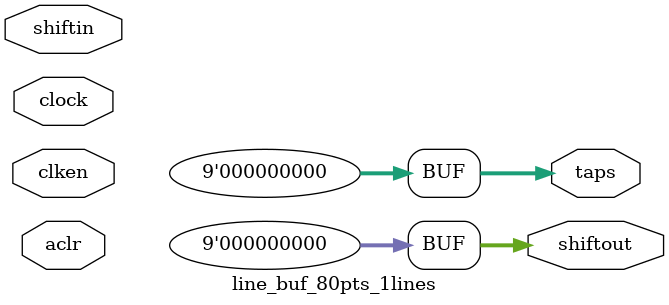
<source format=v>
module line_buf_80pts_1lines(	// file.cleaned.mlir:2:3
  input        aclr,	// file.cleaned.mlir:2:39
               clken,	// file.cleaned.mlir:2:54
               clock,	// file.cleaned.mlir:2:70
  input  [8:0] shiftin,	// file.cleaned.mlir:2:86
  output [8:0] shiftout,	// file.cleaned.mlir:2:105
               taps	// file.cleaned.mlir:2:124
);

  assign shiftout = 9'h0;	// file.cleaned.mlir:3:14, :4:5
  assign taps = 9'h0;	// file.cleaned.mlir:3:14, :4:5
endmodule


</source>
